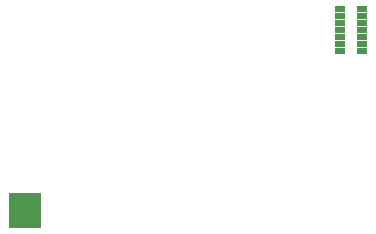
<source format=gbr>
%TF.GenerationSoftware,Altium Limited,Altium Designer,21.8.1 (53)*%
G04 Layer_Color=16711935*
%FSLAX45Y45*%
%MOMM*%
%TF.SameCoordinates,7374835A-4B4A-4399-96A1-91FF428CB2AC*%
%TF.FilePolarity,Negative*%
%TF.FileFunction,Soldermask,Bot*%
%TF.Part,Single*%
G01*
G75*
%TA.AperFunction,SMDPad,CuDef*%
%ADD22R,2.70320X0.50320*%
%TA.AperFunction,ConnectorPad*%
%ADD23R,0.86320X0.60320*%
D22*
X155000Y300100D02*
D03*
Y250100D02*
D03*
Y200100D02*
D03*
Y150100D02*
D03*
Y100100D02*
D03*
Y50100D02*
D03*
D23*
X3009507Y1526708D02*
D03*
Y1586708D02*
D03*
Y1646708D02*
D03*
Y1706708D02*
D03*
Y1766707D02*
D03*
Y1826708D02*
D03*
Y1886707D02*
D03*
X2819507D02*
D03*
Y1826708D02*
D03*
Y1766707D02*
D03*
Y1706708D02*
D03*
Y1646708D02*
D03*
Y1586708D02*
D03*
Y1526708D02*
D03*
%TF.MD5,01278158f0e66511bb9ee4bf2fbd0ccd*%
M02*

</source>
